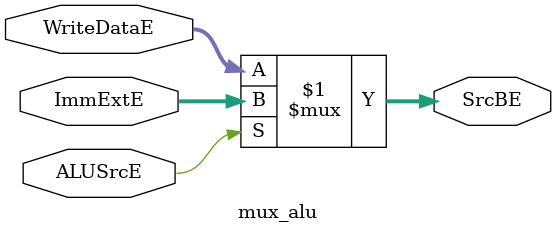
<source format=sv>
module mux_alu #(parameter WIDTH = 32)(
  input  logic ALUSrcE,
  input  logic [WIDTH-1:0] WriteDataE, ImmExtE,
  output logic [WIDTH-1:0] SrcBE
  );

  assign SrcBE = ALUSrcE ?  ImmExtE:WriteDataE;

endmodule


</source>
